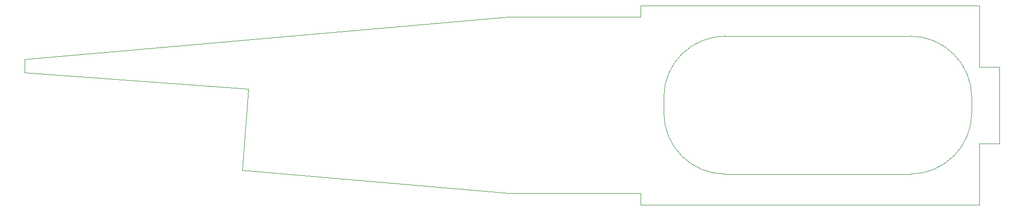
<source format=gbr>
%TF.GenerationSoftware,KiCad,Pcbnew,8.0.0*%
%TF.CreationDate,2024-08-24T04:45:33-07:00*%
%TF.ProjectId,sled,736c6564-2e6b-4696-9361-645f70636258,rev?*%
%TF.SameCoordinates,Original*%
%TF.FileFunction,Profile,NP*%
%FSLAX46Y46*%
G04 Gerber Fmt 4.6, Leading zero omitted, Abs format (unit mm)*
G04 Created by KiCad (PCBNEW 8.0.0) date 2024-08-24 04:45:33*
%MOMM*%
%LPD*%
G01*
G04 APERTURE LIST*
%TA.AperFunction,Profile*%
%ADD10C,0.100000*%
%TD*%
G04 APERTURE END LIST*
D10*
X191325992Y-48361672D02*
X221805992Y-48361600D01*
X233235983Y-53441600D02*
X236486954Y-53441600D01*
X177355957Y-76301600D02*
X233235983Y-76301600D01*
X233235983Y-43281575D02*
X233235983Y-53441600D01*
X177355957Y-45186575D02*
X177355957Y-43281575D01*
X155581731Y-45186575D02*
X177355957Y-45186575D01*
X155581731Y-45186575D02*
X75742800Y-52171600D01*
X181165957Y-59791600D02*
X181165957Y-58499094D01*
X181165958Y-58499094D02*
G75*
G02*
X191325992Y-48361673I10159934J-22538D01*
G01*
X221805992Y-48361600D02*
G75*
G02*
X231965924Y-58521600I0J-10159932D01*
G01*
X75742800Y-52171600D02*
X75742800Y-54398012D01*
X111644735Y-70552615D02*
X112631906Y-57122289D01*
X155581731Y-74396600D02*
X177355957Y-74396600D01*
X177355957Y-74396600D02*
X177355957Y-76301600D01*
X233235983Y-76301600D02*
X233235983Y-66141600D01*
X233235983Y-66141600D02*
X236486954Y-66141600D01*
X236486954Y-66141600D02*
X236486954Y-59791600D01*
X236486954Y-53441600D02*
X236486954Y-59791600D01*
X177355957Y-43281575D02*
X233235983Y-43281575D01*
X231965983Y-58521600D02*
X231965957Y-59791600D01*
X231965957Y-61038994D02*
X231965957Y-59791600D01*
X231965956Y-61038994D02*
G75*
G02*
X221826549Y-71221600I-10160164J-22438D01*
G01*
X191325931Y-71221575D02*
X221826549Y-71221600D01*
X191325931Y-71221575D02*
G75*
G02*
X181165956Y-61108260I-39J10160043D01*
G01*
X181165957Y-59791600D02*
X181165957Y-61108260D01*
X155581731Y-74396600D02*
X111644735Y-70552615D01*
X112631906Y-57122289D02*
X75742800Y-54398012D01*
M02*

</source>
